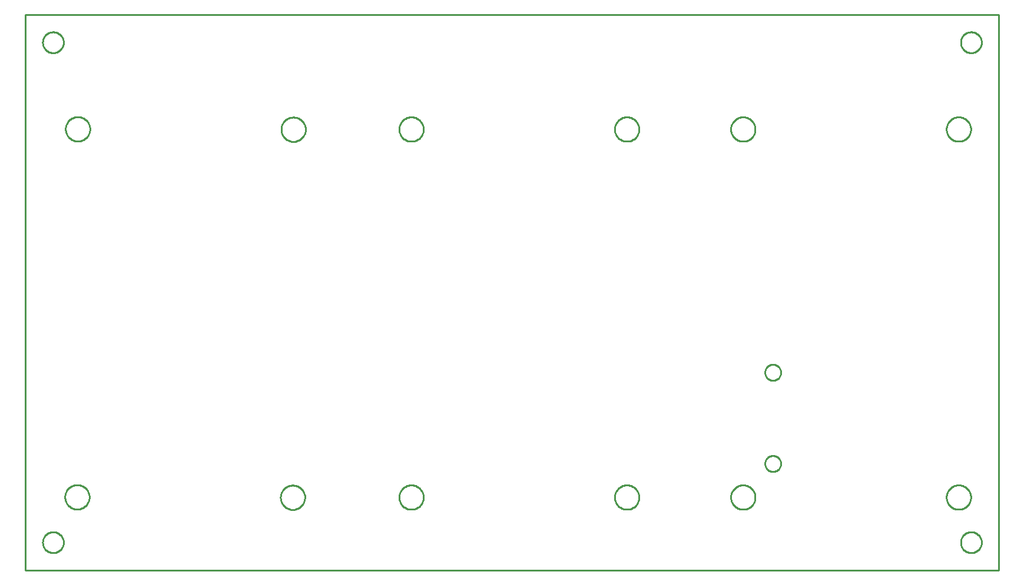
<source format=gbr>
G04 EAGLE Gerber RS-274X export*
G75*
%MOIN*%
%FSLAX34Y34*%
%LPD*%
%IN*%
%IPPOS*%
%AMOC8*
5,1,8,0,0,1.08239X$1,22.5*%
G01*
%ADD10C,0.010000*%


D10*
X0Y0D02*
X55118Y0D01*
X55118Y31496D01*
X0Y31496D01*
X0Y0D01*
X2165Y29900D02*
X2162Y29858D01*
X2156Y29816D01*
X2147Y29775D01*
X2135Y29735D01*
X2121Y29695D01*
X2103Y29657D01*
X2083Y29620D01*
X2060Y29584D01*
X2035Y29550D01*
X2007Y29519D01*
X1977Y29489D01*
X1946Y29461D01*
X1912Y29436D01*
X1876Y29413D01*
X1839Y29393D01*
X1801Y29375D01*
X1761Y29361D01*
X1721Y29349D01*
X1680Y29340D01*
X1638Y29334D01*
X1596Y29331D01*
X1554Y29331D01*
X1512Y29334D01*
X1470Y29340D01*
X1429Y29349D01*
X1388Y29361D01*
X1349Y29375D01*
X1310Y29393D01*
X1273Y29413D01*
X1238Y29436D01*
X1204Y29461D01*
X1172Y29489D01*
X1142Y29519D01*
X1115Y29550D01*
X1089Y29584D01*
X1067Y29620D01*
X1046Y29657D01*
X1029Y29695D01*
X1014Y29735D01*
X1002Y29775D01*
X993Y29816D01*
X987Y29858D01*
X984Y29900D01*
X984Y29942D01*
X987Y29984D01*
X993Y30026D01*
X1002Y30067D01*
X1014Y30108D01*
X1029Y30147D01*
X1046Y30186D01*
X1067Y30223D01*
X1089Y30258D01*
X1115Y30292D01*
X1142Y30324D01*
X1172Y30354D01*
X1204Y30381D01*
X1238Y30407D01*
X1273Y30429D01*
X1310Y30450D01*
X1349Y30467D01*
X1388Y30482D01*
X1429Y30494D01*
X1470Y30503D01*
X1512Y30509D01*
X1554Y30512D01*
X1596Y30512D01*
X1638Y30509D01*
X1680Y30503D01*
X1721Y30494D01*
X1761Y30482D01*
X1801Y30467D01*
X1839Y30450D01*
X1876Y30429D01*
X1912Y30407D01*
X1946Y30381D01*
X1977Y30354D01*
X2007Y30324D01*
X2035Y30292D01*
X2060Y30258D01*
X2083Y30223D01*
X2103Y30186D01*
X2121Y30147D01*
X2135Y30108D01*
X2147Y30067D01*
X2156Y30026D01*
X2162Y29984D01*
X2165Y29942D01*
X2165Y29900D01*
X2165Y1554D02*
X2162Y1512D01*
X2156Y1470D01*
X2147Y1429D01*
X2135Y1388D01*
X2121Y1349D01*
X2103Y1310D01*
X2083Y1273D01*
X2060Y1238D01*
X2035Y1204D01*
X2007Y1172D01*
X1977Y1142D01*
X1946Y1115D01*
X1912Y1089D01*
X1876Y1067D01*
X1839Y1046D01*
X1801Y1029D01*
X1761Y1014D01*
X1721Y1002D01*
X1680Y993D01*
X1638Y987D01*
X1596Y984D01*
X1554Y984D01*
X1512Y987D01*
X1470Y993D01*
X1429Y1002D01*
X1388Y1014D01*
X1349Y1029D01*
X1310Y1046D01*
X1273Y1067D01*
X1238Y1089D01*
X1204Y1115D01*
X1172Y1142D01*
X1142Y1172D01*
X1115Y1204D01*
X1089Y1238D01*
X1067Y1273D01*
X1046Y1310D01*
X1029Y1349D01*
X1014Y1388D01*
X1002Y1429D01*
X993Y1470D01*
X987Y1512D01*
X984Y1554D01*
X984Y1596D01*
X987Y1638D01*
X993Y1680D01*
X1002Y1721D01*
X1014Y1761D01*
X1029Y1801D01*
X1046Y1839D01*
X1067Y1876D01*
X1089Y1912D01*
X1115Y1946D01*
X1142Y1977D01*
X1172Y2007D01*
X1204Y2035D01*
X1238Y2060D01*
X1273Y2083D01*
X1310Y2103D01*
X1349Y2121D01*
X1388Y2135D01*
X1429Y2147D01*
X1470Y2156D01*
X1512Y2162D01*
X1554Y2165D01*
X1596Y2165D01*
X1638Y2162D01*
X1680Y2156D01*
X1721Y2147D01*
X1761Y2135D01*
X1801Y2121D01*
X1839Y2103D01*
X1876Y2083D01*
X1912Y2060D01*
X1946Y2035D01*
X1977Y2007D01*
X2007Y1977D01*
X2035Y1946D01*
X2060Y1912D01*
X2083Y1876D01*
X2103Y1839D01*
X2121Y1801D01*
X2135Y1761D01*
X2147Y1721D01*
X2156Y1680D01*
X2162Y1638D01*
X2165Y1596D01*
X2165Y1554D01*
X54134Y29900D02*
X54131Y29858D01*
X54125Y29816D01*
X54116Y29775D01*
X54104Y29735D01*
X54089Y29695D01*
X54072Y29657D01*
X54052Y29620D01*
X54029Y29584D01*
X54003Y29550D01*
X53976Y29519D01*
X53946Y29489D01*
X53914Y29461D01*
X53880Y29436D01*
X53845Y29413D01*
X53808Y29393D01*
X53769Y29375D01*
X53730Y29361D01*
X53689Y29349D01*
X53648Y29340D01*
X53606Y29334D01*
X53564Y29331D01*
X53522Y29331D01*
X53480Y29334D01*
X53438Y29340D01*
X53397Y29349D01*
X53357Y29361D01*
X53317Y29375D01*
X53279Y29393D01*
X53242Y29413D01*
X53206Y29436D01*
X53173Y29461D01*
X53141Y29489D01*
X53111Y29519D01*
X53083Y29550D01*
X53058Y29584D01*
X53035Y29620D01*
X53015Y29657D01*
X52997Y29695D01*
X52983Y29735D01*
X52971Y29775D01*
X52962Y29816D01*
X52956Y29858D01*
X52953Y29900D01*
X52953Y29942D01*
X52956Y29984D01*
X52962Y30026D01*
X52971Y30067D01*
X52983Y30108D01*
X52997Y30147D01*
X53015Y30186D01*
X53035Y30223D01*
X53058Y30258D01*
X53083Y30292D01*
X53111Y30324D01*
X53141Y30354D01*
X53173Y30381D01*
X53206Y30407D01*
X53242Y30429D01*
X53279Y30450D01*
X53317Y30467D01*
X53357Y30482D01*
X53397Y30494D01*
X53438Y30503D01*
X53480Y30509D01*
X53522Y30512D01*
X53564Y30512D01*
X53606Y30509D01*
X53648Y30503D01*
X53689Y30494D01*
X53730Y30482D01*
X53769Y30467D01*
X53808Y30450D01*
X53845Y30429D01*
X53880Y30407D01*
X53914Y30381D01*
X53946Y30354D01*
X53976Y30324D01*
X54003Y30292D01*
X54029Y30258D01*
X54052Y30223D01*
X54072Y30186D01*
X54089Y30147D01*
X54104Y30108D01*
X54116Y30067D01*
X54125Y30026D01*
X54131Y29984D01*
X54134Y29942D01*
X54134Y29900D01*
X54134Y1554D02*
X54131Y1512D01*
X54125Y1470D01*
X54116Y1429D01*
X54104Y1388D01*
X54089Y1349D01*
X54072Y1310D01*
X54052Y1273D01*
X54029Y1238D01*
X54003Y1204D01*
X53976Y1172D01*
X53946Y1142D01*
X53914Y1115D01*
X53880Y1089D01*
X53845Y1067D01*
X53808Y1046D01*
X53769Y1029D01*
X53730Y1014D01*
X53689Y1002D01*
X53648Y993D01*
X53606Y987D01*
X53564Y984D01*
X53522Y984D01*
X53480Y987D01*
X53438Y993D01*
X53397Y1002D01*
X53357Y1014D01*
X53317Y1029D01*
X53279Y1046D01*
X53242Y1067D01*
X53206Y1089D01*
X53173Y1115D01*
X53141Y1142D01*
X53111Y1172D01*
X53083Y1204D01*
X53058Y1238D01*
X53035Y1273D01*
X53015Y1310D01*
X52997Y1349D01*
X52983Y1388D01*
X52971Y1429D01*
X52962Y1470D01*
X52956Y1512D01*
X52953Y1554D01*
X52953Y1596D01*
X52956Y1638D01*
X52962Y1680D01*
X52971Y1721D01*
X52983Y1761D01*
X52997Y1801D01*
X53015Y1839D01*
X53035Y1876D01*
X53058Y1912D01*
X53083Y1946D01*
X53111Y1977D01*
X53141Y2007D01*
X53173Y2035D01*
X53206Y2060D01*
X53242Y2083D01*
X53279Y2103D01*
X53317Y2121D01*
X53357Y2135D01*
X53397Y2147D01*
X53438Y2156D01*
X53480Y2162D01*
X53522Y2165D01*
X53564Y2165D01*
X53606Y2162D01*
X53648Y2156D01*
X53689Y2147D01*
X53730Y2135D01*
X53769Y2121D01*
X53808Y2103D01*
X53845Y2083D01*
X53880Y2060D01*
X53914Y2035D01*
X53946Y2007D01*
X53976Y1977D01*
X54003Y1946D01*
X54029Y1912D01*
X54052Y1876D01*
X54072Y1839D01*
X54089Y1801D01*
X54104Y1761D01*
X54116Y1721D01*
X54125Y1680D01*
X54131Y1638D01*
X54134Y1596D01*
X54134Y1554D01*
X2958Y4833D02*
X3003Y4830D01*
X3048Y4824D01*
X3092Y4816D01*
X3136Y4804D01*
X3179Y4789D01*
X3220Y4772D01*
X3261Y4752D01*
X3300Y4729D01*
X3337Y4704D01*
X3373Y4677D01*
X3407Y4647D01*
X3439Y4615D01*
X3468Y4581D01*
X3496Y4545D01*
X3521Y4508D01*
X3543Y4468D01*
X3563Y4428D01*
X3580Y4386D01*
X3595Y4343D01*
X3606Y4300D01*
X3615Y4256D01*
X3621Y4211D01*
X3624Y4166D01*
X3623Y4121D01*
X3620Y4076D01*
X3614Y4031D01*
X3606Y3987D01*
X3594Y3943D01*
X3579Y3901D01*
X3562Y3859D01*
X3542Y3819D01*
X3519Y3779D01*
X3494Y3742D01*
X3467Y3706D01*
X3437Y3672D01*
X3405Y3641D01*
X3371Y3611D01*
X3335Y3583D01*
X3298Y3558D01*
X3258Y3536D01*
X3218Y3516D01*
X3176Y3499D01*
X3134Y3485D01*
X3090Y3473D01*
X3046Y3464D01*
X3001Y3458D01*
X2956Y3456D01*
X2911Y3456D01*
X2866Y3459D01*
X2821Y3465D01*
X2777Y3473D01*
X2733Y3485D01*
X2691Y3500D01*
X2649Y3517D01*
X2609Y3537D01*
X2570Y3560D01*
X2532Y3585D01*
X2496Y3612D01*
X2462Y3642D01*
X2431Y3674D01*
X2401Y3708D01*
X2374Y3744D01*
X2349Y3782D01*
X2326Y3821D01*
X2306Y3861D01*
X2289Y3903D01*
X2275Y3946D01*
X2263Y3989D01*
X2254Y4033D01*
X2248Y4078D01*
X2246Y4123D01*
X2246Y4168D01*
X2249Y4213D01*
X2255Y4258D01*
X2263Y4302D01*
X2275Y4346D01*
X2290Y4388D01*
X2307Y4430D01*
X2327Y4471D01*
X2350Y4510D01*
X2375Y4547D01*
X2402Y4583D01*
X2432Y4617D01*
X2464Y4648D01*
X2498Y4678D01*
X2534Y4706D01*
X2572Y4731D01*
X2611Y4753D01*
X2651Y4773D01*
X2693Y4790D01*
X2736Y4805D01*
X2779Y4816D01*
X2823Y4825D01*
X2868Y4831D01*
X2913Y4834D01*
X2958Y4833D01*
X2995Y25700D02*
X3040Y25697D01*
X3084Y25691D01*
X3129Y25682D01*
X3172Y25670D01*
X3215Y25655D01*
X3257Y25638D01*
X3297Y25618D01*
X3336Y25595D01*
X3373Y25570D01*
X3409Y25543D01*
X3443Y25513D01*
X3475Y25481D01*
X3505Y25447D01*
X3532Y25411D01*
X3557Y25374D01*
X3579Y25335D01*
X3599Y25294D01*
X3617Y25252D01*
X3631Y25210D01*
X3643Y25166D01*
X3651Y25122D01*
X3657Y25077D01*
X3660Y25032D01*
X3660Y24987D01*
X3657Y24942D01*
X3651Y24897D01*
X3642Y24853D01*
X3630Y24809D01*
X3616Y24767D01*
X3598Y24725D01*
X3578Y24685D01*
X3556Y24646D01*
X3531Y24608D01*
X3503Y24572D01*
X3473Y24539D01*
X3441Y24507D01*
X3407Y24477D01*
X3372Y24450D01*
X3334Y24425D01*
X3295Y24402D01*
X3254Y24382D01*
X3213Y24365D01*
X3170Y24351D01*
X3126Y24339D01*
X3082Y24330D01*
X3037Y24324D01*
X2992Y24322D01*
X2947Y24322D01*
X2902Y24325D01*
X2857Y24331D01*
X2813Y24340D01*
X2770Y24351D01*
X2727Y24366D01*
X2685Y24383D01*
X2645Y24403D01*
X2606Y24426D01*
X2568Y24451D01*
X2533Y24479D01*
X2499Y24508D01*
X2467Y24540D01*
X2437Y24574D01*
X2410Y24610D01*
X2385Y24648D01*
X2362Y24687D01*
X2343Y24727D01*
X2325Y24769D01*
X2311Y24812D01*
X2299Y24855D01*
X2291Y24900D01*
X2285Y24944D01*
X2282Y24989D01*
X2282Y25034D01*
X2285Y25079D01*
X2291Y25124D01*
X2300Y25168D01*
X2312Y25212D01*
X2326Y25255D01*
X2344Y25296D01*
X2364Y25337D01*
X2386Y25376D01*
X2411Y25413D01*
X2439Y25449D01*
X2469Y25483D01*
X2501Y25515D01*
X2535Y25544D01*
X2570Y25572D01*
X2608Y25597D01*
X2647Y25619D01*
X2688Y25639D01*
X2729Y25656D01*
X2772Y25671D01*
X2816Y25682D01*
X2860Y25691D01*
X2905Y25697D01*
X2950Y25700D01*
X2995Y25700D01*
X15199Y25678D02*
X15244Y25675D01*
X15289Y25669D01*
X15333Y25660D01*
X15377Y25649D01*
X15420Y25634D01*
X15461Y25617D01*
X15502Y25597D01*
X15541Y25574D01*
X15578Y25549D01*
X15614Y25521D01*
X15648Y25492D01*
X15680Y25460D01*
X15709Y25426D01*
X15737Y25390D01*
X15762Y25352D01*
X15784Y25313D01*
X15804Y25273D01*
X15821Y25231D01*
X15836Y25188D01*
X15847Y25145D01*
X15856Y25100D01*
X15862Y25056D01*
X15865Y25011D01*
X15865Y24966D01*
X15862Y24921D01*
X15856Y24876D01*
X15847Y24832D01*
X15835Y24788D01*
X15820Y24745D01*
X15803Y24704D01*
X15783Y24663D01*
X15760Y24624D01*
X15735Y24587D01*
X15708Y24551D01*
X15678Y24517D01*
X15646Y24485D01*
X15612Y24456D01*
X15576Y24428D01*
X15539Y24403D01*
X15500Y24381D01*
X15459Y24361D01*
X15417Y24344D01*
X15375Y24329D01*
X15331Y24318D01*
X15287Y24309D01*
X15242Y24303D01*
X15197Y24300D01*
X15152Y24300D01*
X15107Y24303D01*
X15062Y24309D01*
X15018Y24318D01*
X14974Y24330D01*
X14932Y24345D01*
X14890Y24362D01*
X14850Y24382D01*
X14811Y24405D01*
X14773Y24430D01*
X14737Y24457D01*
X14704Y24487D01*
X14672Y24519D01*
X14642Y24553D01*
X14615Y24589D01*
X14590Y24626D01*
X14567Y24665D01*
X14547Y24706D01*
X14530Y24748D01*
X14516Y24790D01*
X14504Y24834D01*
X14495Y24878D01*
X14490Y24923D01*
X14487Y24968D01*
X14487Y25013D01*
X14490Y25058D01*
X14496Y25103D01*
X14505Y25147D01*
X14516Y25191D01*
X14531Y25233D01*
X14548Y25275D01*
X14568Y25315D01*
X14591Y25354D01*
X14616Y25392D01*
X14644Y25428D01*
X14673Y25461D01*
X14705Y25493D01*
X14739Y25523D01*
X14775Y25550D01*
X14813Y25575D01*
X14852Y25598D01*
X14892Y25618D01*
X14934Y25635D01*
X14977Y25649D01*
X15020Y25661D01*
X15065Y25670D01*
X15109Y25675D01*
X15154Y25678D01*
X15199Y25678D01*
X15163Y4812D02*
X15208Y4809D01*
X15253Y4803D01*
X15297Y4794D01*
X15341Y4783D01*
X15383Y4768D01*
X15425Y4751D01*
X15465Y4731D01*
X15504Y4708D01*
X15542Y4683D01*
X15578Y4655D01*
X15611Y4626D01*
X15643Y4594D01*
X15673Y4560D01*
X15700Y4524D01*
X15725Y4486D01*
X15748Y4447D01*
X15768Y4407D01*
X15785Y4365D01*
X15799Y4322D01*
X15811Y4279D01*
X15820Y4234D01*
X15825Y4190D01*
X15828Y4145D01*
X15828Y4099D01*
X15825Y4054D01*
X15819Y4010D01*
X15810Y3966D01*
X15799Y3922D01*
X15784Y3879D01*
X15767Y3838D01*
X15747Y3797D01*
X15724Y3758D01*
X15699Y3721D01*
X15671Y3685D01*
X15642Y3651D01*
X15610Y3619D01*
X15576Y3590D01*
X15540Y3562D01*
X15502Y3537D01*
X15463Y3515D01*
X15423Y3495D01*
X15381Y3478D01*
X15338Y3463D01*
X15295Y3452D01*
X15250Y3443D01*
X15206Y3437D01*
X15161Y3434D01*
X15116Y3434D01*
X15070Y3437D01*
X15026Y3443D01*
X14982Y3452D01*
X14938Y3464D01*
X14895Y3478D01*
X14854Y3496D01*
X14813Y3516D01*
X14774Y3538D01*
X14737Y3564D01*
X14701Y3591D01*
X14667Y3621D01*
X14635Y3653D01*
X14606Y3687D01*
X14578Y3723D01*
X14553Y3760D01*
X14531Y3799D01*
X14511Y3840D01*
X14494Y3882D01*
X14479Y3924D01*
X14468Y3968D01*
X14459Y4012D01*
X14453Y4057D01*
X14450Y4102D01*
X14450Y4147D01*
X14453Y4192D01*
X14459Y4237D01*
X14468Y4281D01*
X14480Y4324D01*
X14495Y4367D01*
X14512Y4409D01*
X14532Y4449D01*
X14555Y4488D01*
X14580Y4526D01*
X14607Y4561D01*
X14637Y4595D01*
X14669Y4627D01*
X14703Y4657D01*
X14739Y4684D01*
X14776Y4709D01*
X14815Y4732D01*
X14856Y4752D01*
X14898Y4769D01*
X14940Y4783D01*
X14984Y4795D01*
X15028Y4804D01*
X15073Y4809D01*
X15118Y4812D01*
X15163Y4812D01*
X21873Y4823D02*
X21918Y4820D01*
X21963Y4814D01*
X22007Y4805D01*
X22051Y4794D01*
X22093Y4779D01*
X22135Y4762D01*
X22175Y4742D01*
X22214Y4719D01*
X22252Y4694D01*
X22288Y4667D01*
X22322Y4637D01*
X22354Y4605D01*
X22383Y4571D01*
X22411Y4535D01*
X22436Y4498D01*
X22458Y4459D01*
X22478Y4418D01*
X22496Y4377D01*
X22510Y4334D01*
X22522Y4290D01*
X22531Y4246D01*
X22536Y4201D01*
X22539Y4156D01*
X22539Y4111D01*
X22536Y4066D01*
X22531Y4022D01*
X22522Y3977D01*
X22510Y3934D01*
X22496Y3891D01*
X22478Y3849D01*
X22458Y3809D01*
X22436Y3770D01*
X22411Y3732D01*
X22383Y3697D01*
X22354Y3663D01*
X22322Y3631D01*
X22288Y3601D01*
X22252Y3574D01*
X22214Y3548D01*
X22175Y3526D01*
X22135Y3506D01*
X22093Y3489D01*
X22051Y3474D01*
X22007Y3463D01*
X21963Y3454D01*
X21918Y3448D01*
X21873Y3445D01*
X21828Y3445D01*
X21783Y3448D01*
X21738Y3454D01*
X21694Y3463D01*
X21650Y3474D01*
X21608Y3489D01*
X21566Y3506D01*
X21525Y3526D01*
X21486Y3548D01*
X21449Y3574D01*
X21413Y3601D01*
X21379Y3631D01*
X21347Y3663D01*
X21318Y3697D01*
X21290Y3732D01*
X21265Y3770D01*
X21242Y3809D01*
X21222Y3849D01*
X21205Y3891D01*
X21191Y3934D01*
X21179Y3977D01*
X21170Y4022D01*
X21164Y4066D01*
X21161Y4111D01*
X21161Y4156D01*
X21164Y4201D01*
X21170Y4246D01*
X21179Y4290D01*
X21191Y4334D01*
X21205Y4377D01*
X21222Y4418D01*
X21242Y4459D01*
X21265Y4498D01*
X21290Y4535D01*
X21318Y4571D01*
X21347Y4605D01*
X21379Y4637D01*
X21413Y4667D01*
X21449Y4694D01*
X21486Y4719D01*
X21525Y4742D01*
X21566Y4762D01*
X21608Y4779D01*
X21650Y4794D01*
X21694Y4805D01*
X21738Y4814D01*
X21783Y4820D01*
X21828Y4823D01*
X21873Y4823D01*
X21873Y25689D02*
X21918Y25686D01*
X21963Y25680D01*
X22007Y25671D01*
X22051Y25660D01*
X22093Y25645D01*
X22135Y25628D01*
X22175Y25608D01*
X22214Y25585D01*
X22252Y25560D01*
X22288Y25533D01*
X22322Y25503D01*
X22354Y25471D01*
X22383Y25437D01*
X22411Y25402D01*
X22436Y25364D01*
X22458Y25325D01*
X22478Y25284D01*
X22496Y25243D01*
X22510Y25200D01*
X22522Y25157D01*
X22531Y25112D01*
X22536Y25068D01*
X22539Y25023D01*
X22539Y24977D01*
X22536Y24932D01*
X22531Y24888D01*
X22522Y24843D01*
X22510Y24800D01*
X22496Y24757D01*
X22478Y24716D01*
X22458Y24675D01*
X22436Y24636D01*
X22411Y24598D01*
X22383Y24563D01*
X22354Y24529D01*
X22322Y24497D01*
X22288Y24467D01*
X22252Y24440D01*
X22214Y24415D01*
X22175Y24392D01*
X22135Y24372D01*
X22093Y24355D01*
X22051Y24340D01*
X22007Y24329D01*
X21963Y24320D01*
X21918Y24314D01*
X21873Y24311D01*
X21828Y24311D01*
X21783Y24314D01*
X21738Y24320D01*
X21694Y24329D01*
X21650Y24340D01*
X21608Y24355D01*
X21566Y24372D01*
X21525Y24392D01*
X21486Y24415D01*
X21449Y24440D01*
X21413Y24467D01*
X21379Y24497D01*
X21347Y24529D01*
X21318Y24563D01*
X21290Y24598D01*
X21265Y24636D01*
X21242Y24675D01*
X21222Y24716D01*
X21205Y24757D01*
X21191Y24800D01*
X21179Y24843D01*
X21170Y24888D01*
X21164Y24932D01*
X21161Y24977D01*
X21161Y25023D01*
X21164Y25068D01*
X21170Y25112D01*
X21179Y25157D01*
X21191Y25200D01*
X21205Y25243D01*
X21222Y25284D01*
X21242Y25325D01*
X21265Y25364D01*
X21290Y25402D01*
X21318Y25437D01*
X21347Y25471D01*
X21379Y25503D01*
X21413Y25533D01*
X21449Y25560D01*
X21486Y25585D01*
X21525Y25608D01*
X21566Y25628D01*
X21608Y25645D01*
X21650Y25660D01*
X21694Y25671D01*
X21738Y25680D01*
X21783Y25686D01*
X21828Y25689D01*
X21873Y25689D01*
X34078Y25689D02*
X34123Y25686D01*
X34167Y25680D01*
X34212Y25671D01*
X34255Y25660D01*
X34298Y25645D01*
X34340Y25628D01*
X34380Y25608D01*
X34419Y25585D01*
X34457Y25560D01*
X34492Y25533D01*
X34526Y25503D01*
X34558Y25471D01*
X34588Y25437D01*
X34615Y25402D01*
X34641Y25364D01*
X34663Y25325D01*
X34683Y25284D01*
X34700Y25243D01*
X34715Y25200D01*
X34726Y25157D01*
X34735Y25112D01*
X34741Y25068D01*
X34744Y25023D01*
X34744Y24977D01*
X34741Y24932D01*
X34735Y24888D01*
X34726Y24843D01*
X34715Y24800D01*
X34700Y24757D01*
X34683Y24716D01*
X34663Y24675D01*
X34641Y24636D01*
X34615Y24598D01*
X34588Y24563D01*
X34558Y24529D01*
X34526Y24497D01*
X34492Y24467D01*
X34457Y24440D01*
X34419Y24415D01*
X34380Y24392D01*
X34340Y24372D01*
X34298Y24355D01*
X34255Y24340D01*
X34212Y24329D01*
X34167Y24320D01*
X34123Y24314D01*
X34078Y24311D01*
X34033Y24311D01*
X33988Y24314D01*
X33943Y24320D01*
X33899Y24329D01*
X33855Y24340D01*
X33812Y24355D01*
X33771Y24372D01*
X33730Y24392D01*
X33691Y24415D01*
X33654Y24440D01*
X33618Y24467D01*
X33584Y24497D01*
X33552Y24529D01*
X33522Y24563D01*
X33495Y24598D01*
X33470Y24636D01*
X33447Y24675D01*
X33427Y24716D01*
X33410Y24757D01*
X33395Y24800D01*
X33384Y24843D01*
X33375Y24888D01*
X33369Y24932D01*
X33366Y24977D01*
X33366Y25023D01*
X33369Y25068D01*
X33375Y25112D01*
X33384Y25157D01*
X33395Y25200D01*
X33410Y25243D01*
X33427Y25284D01*
X33447Y25325D01*
X33470Y25364D01*
X33495Y25402D01*
X33522Y25437D01*
X33552Y25471D01*
X33584Y25503D01*
X33618Y25533D01*
X33654Y25560D01*
X33691Y25585D01*
X33730Y25608D01*
X33771Y25628D01*
X33812Y25645D01*
X33855Y25660D01*
X33899Y25671D01*
X33943Y25680D01*
X33988Y25686D01*
X34033Y25689D01*
X34078Y25689D01*
X34078Y4823D02*
X34123Y4820D01*
X34167Y4814D01*
X34212Y4805D01*
X34255Y4794D01*
X34298Y4779D01*
X34340Y4762D01*
X34380Y4742D01*
X34419Y4719D01*
X34457Y4694D01*
X34492Y4667D01*
X34526Y4637D01*
X34558Y4605D01*
X34588Y4571D01*
X34615Y4535D01*
X34641Y4498D01*
X34663Y4459D01*
X34683Y4418D01*
X34700Y4377D01*
X34715Y4334D01*
X34726Y4290D01*
X34735Y4246D01*
X34741Y4201D01*
X34744Y4156D01*
X34744Y4111D01*
X34741Y4066D01*
X34735Y4022D01*
X34726Y3977D01*
X34715Y3934D01*
X34700Y3891D01*
X34683Y3849D01*
X34663Y3809D01*
X34641Y3770D01*
X34615Y3732D01*
X34588Y3697D01*
X34558Y3663D01*
X34526Y3631D01*
X34492Y3601D01*
X34457Y3574D01*
X34419Y3548D01*
X34380Y3526D01*
X34340Y3506D01*
X34298Y3489D01*
X34255Y3474D01*
X34212Y3463D01*
X34167Y3454D01*
X34123Y3448D01*
X34078Y3445D01*
X34033Y3445D01*
X33988Y3448D01*
X33943Y3454D01*
X33899Y3463D01*
X33855Y3474D01*
X33812Y3489D01*
X33771Y3506D01*
X33730Y3526D01*
X33691Y3548D01*
X33654Y3574D01*
X33618Y3601D01*
X33584Y3631D01*
X33552Y3663D01*
X33522Y3697D01*
X33495Y3732D01*
X33470Y3770D01*
X33447Y3809D01*
X33427Y3849D01*
X33410Y3891D01*
X33395Y3934D01*
X33384Y3977D01*
X33375Y4022D01*
X33369Y4066D01*
X33366Y4111D01*
X33366Y4156D01*
X33369Y4201D01*
X33375Y4246D01*
X33384Y4290D01*
X33395Y4334D01*
X33410Y4377D01*
X33427Y4418D01*
X33447Y4459D01*
X33470Y4498D01*
X33495Y4535D01*
X33522Y4571D01*
X33552Y4605D01*
X33584Y4637D01*
X33618Y4667D01*
X33654Y4694D01*
X33691Y4719D01*
X33730Y4742D01*
X33771Y4762D01*
X33812Y4779D01*
X33855Y4794D01*
X33899Y4805D01*
X33943Y4814D01*
X33988Y4820D01*
X34033Y4823D01*
X34078Y4823D01*
X40652Y4823D02*
X40697Y4820D01*
X40742Y4814D01*
X40786Y4805D01*
X40830Y4794D01*
X40873Y4779D01*
X40914Y4762D01*
X40955Y4742D01*
X40994Y4719D01*
X41031Y4694D01*
X41067Y4667D01*
X41101Y4637D01*
X41133Y4605D01*
X41163Y4571D01*
X41190Y4535D01*
X41215Y4498D01*
X41238Y4459D01*
X41258Y4418D01*
X41275Y4377D01*
X41290Y4334D01*
X41301Y4290D01*
X41310Y4246D01*
X41316Y4201D01*
X41319Y4156D01*
X41319Y4111D01*
X41316Y4066D01*
X41310Y4022D01*
X41301Y3977D01*
X41290Y3934D01*
X41275Y3891D01*
X41258Y3849D01*
X41238Y3809D01*
X41215Y3770D01*
X41190Y3732D01*
X41163Y3697D01*
X41133Y3663D01*
X41101Y3631D01*
X41067Y3601D01*
X41031Y3574D01*
X40994Y3548D01*
X40955Y3526D01*
X40914Y3506D01*
X40873Y3489D01*
X40830Y3474D01*
X40786Y3463D01*
X40742Y3454D01*
X40697Y3448D01*
X40652Y3445D01*
X40607Y3445D01*
X40562Y3448D01*
X40518Y3454D01*
X40473Y3463D01*
X40430Y3474D01*
X40387Y3489D01*
X40345Y3506D01*
X40305Y3526D01*
X40266Y3548D01*
X40228Y3574D01*
X40193Y3601D01*
X40159Y3631D01*
X40127Y3663D01*
X40097Y3697D01*
X40070Y3732D01*
X40045Y3770D01*
X40022Y3809D01*
X40002Y3849D01*
X39985Y3891D01*
X39970Y3934D01*
X39959Y3977D01*
X39950Y4022D01*
X39944Y4066D01*
X39941Y4111D01*
X39941Y4156D01*
X39944Y4201D01*
X39950Y4246D01*
X39959Y4290D01*
X39970Y4334D01*
X39985Y4377D01*
X40002Y4418D01*
X40022Y4459D01*
X40045Y4498D01*
X40070Y4535D01*
X40097Y4571D01*
X40127Y4605D01*
X40159Y4637D01*
X40193Y4667D01*
X40228Y4694D01*
X40266Y4719D01*
X40305Y4742D01*
X40345Y4762D01*
X40387Y4779D01*
X40430Y4794D01*
X40473Y4805D01*
X40518Y4814D01*
X40562Y4820D01*
X40607Y4823D01*
X40652Y4823D01*
X40652Y25689D02*
X40697Y25686D01*
X40742Y25680D01*
X40786Y25671D01*
X40830Y25660D01*
X40873Y25645D01*
X40914Y25628D01*
X40955Y25608D01*
X40994Y25585D01*
X41031Y25560D01*
X41067Y25533D01*
X41101Y25503D01*
X41133Y25471D01*
X41163Y25437D01*
X41190Y25402D01*
X41215Y25364D01*
X41238Y25325D01*
X41258Y25284D01*
X41275Y25243D01*
X41290Y25200D01*
X41301Y25157D01*
X41310Y25112D01*
X41316Y25068D01*
X41319Y25023D01*
X41319Y24977D01*
X41316Y24932D01*
X41310Y24888D01*
X41301Y24843D01*
X41290Y24800D01*
X41275Y24757D01*
X41258Y24716D01*
X41238Y24675D01*
X41215Y24636D01*
X41190Y24598D01*
X41163Y24563D01*
X41133Y24529D01*
X41101Y24497D01*
X41067Y24467D01*
X41031Y24440D01*
X40994Y24415D01*
X40955Y24392D01*
X40914Y24372D01*
X40873Y24355D01*
X40830Y24340D01*
X40786Y24329D01*
X40742Y24320D01*
X40697Y24314D01*
X40652Y24311D01*
X40607Y24311D01*
X40562Y24314D01*
X40518Y24320D01*
X40473Y24329D01*
X40430Y24340D01*
X40387Y24355D01*
X40345Y24372D01*
X40305Y24392D01*
X40266Y24415D01*
X40228Y24440D01*
X40193Y24467D01*
X40159Y24497D01*
X40127Y24529D01*
X40097Y24563D01*
X40070Y24598D01*
X40045Y24636D01*
X40022Y24675D01*
X40002Y24716D01*
X39985Y24757D01*
X39970Y24800D01*
X39959Y24843D01*
X39950Y24888D01*
X39944Y24932D01*
X39941Y24977D01*
X39941Y25023D01*
X39944Y25068D01*
X39950Y25112D01*
X39959Y25157D01*
X39970Y25200D01*
X39985Y25243D01*
X40002Y25284D01*
X40022Y25325D01*
X40045Y25364D01*
X40070Y25402D01*
X40097Y25437D01*
X40127Y25471D01*
X40159Y25503D01*
X40193Y25533D01*
X40228Y25560D01*
X40266Y25585D01*
X40305Y25608D01*
X40345Y25628D01*
X40387Y25645D01*
X40430Y25660D01*
X40473Y25671D01*
X40518Y25680D01*
X40562Y25686D01*
X40607Y25689D01*
X40652Y25689D01*
X52857Y25689D02*
X52902Y25686D01*
X52947Y25680D01*
X52991Y25671D01*
X53035Y25660D01*
X53077Y25645D01*
X53119Y25628D01*
X53160Y25608D01*
X53199Y25585D01*
X53236Y25560D01*
X53272Y25533D01*
X53306Y25503D01*
X53338Y25471D01*
X53368Y25437D01*
X53395Y25402D01*
X53420Y25364D01*
X53443Y25325D01*
X53463Y25284D01*
X53480Y25243D01*
X53494Y25200D01*
X53506Y25157D01*
X53515Y25112D01*
X53521Y25068D01*
X53524Y25023D01*
X53524Y24977D01*
X53521Y24932D01*
X53515Y24888D01*
X53506Y24843D01*
X53494Y24800D01*
X53480Y24757D01*
X53463Y24716D01*
X53443Y24675D01*
X53420Y24636D01*
X53395Y24598D01*
X53368Y24563D01*
X53338Y24529D01*
X53306Y24497D01*
X53272Y24467D01*
X53236Y24440D01*
X53199Y24415D01*
X53160Y24392D01*
X53119Y24372D01*
X53077Y24355D01*
X53035Y24340D01*
X52991Y24329D01*
X52947Y24320D01*
X52902Y24314D01*
X52857Y24311D01*
X52812Y24311D01*
X52767Y24314D01*
X52722Y24320D01*
X52678Y24329D01*
X52635Y24340D01*
X52592Y24355D01*
X52550Y24372D01*
X52510Y24392D01*
X52471Y24415D01*
X52433Y24440D01*
X52397Y24467D01*
X52363Y24497D01*
X52332Y24529D01*
X52302Y24563D01*
X52274Y24598D01*
X52249Y24636D01*
X52227Y24675D01*
X52207Y24716D01*
X52189Y24757D01*
X52175Y24800D01*
X52163Y24843D01*
X52155Y24888D01*
X52149Y24932D01*
X52146Y24977D01*
X52146Y25023D01*
X52149Y25068D01*
X52155Y25112D01*
X52163Y25157D01*
X52175Y25200D01*
X52189Y25243D01*
X52207Y25284D01*
X52227Y25325D01*
X52249Y25364D01*
X52274Y25402D01*
X52302Y25437D01*
X52332Y25471D01*
X52363Y25503D01*
X52397Y25533D01*
X52433Y25560D01*
X52471Y25585D01*
X52510Y25608D01*
X52550Y25628D01*
X52592Y25645D01*
X52635Y25660D01*
X52678Y25671D01*
X52722Y25680D01*
X52767Y25686D01*
X52812Y25689D01*
X52857Y25689D01*
X52857Y4823D02*
X52902Y4820D01*
X52947Y4814D01*
X52991Y4805D01*
X53035Y4794D01*
X53077Y4779D01*
X53119Y4762D01*
X53160Y4742D01*
X53199Y4719D01*
X53236Y4694D01*
X53272Y4667D01*
X53306Y4637D01*
X53338Y4605D01*
X53368Y4571D01*
X53395Y4535D01*
X53420Y4498D01*
X53443Y4459D01*
X53463Y4418D01*
X53480Y4377D01*
X53494Y4334D01*
X53506Y4290D01*
X53515Y4246D01*
X53521Y4201D01*
X53524Y4156D01*
X53524Y4111D01*
X53521Y4066D01*
X53515Y4022D01*
X53506Y3977D01*
X53494Y3934D01*
X53480Y3891D01*
X53463Y3849D01*
X53443Y3809D01*
X53420Y3770D01*
X53395Y3732D01*
X53368Y3697D01*
X53338Y3663D01*
X53306Y3631D01*
X53272Y3601D01*
X53236Y3574D01*
X53199Y3548D01*
X53160Y3526D01*
X53119Y3506D01*
X53077Y3489D01*
X53035Y3474D01*
X52991Y3463D01*
X52947Y3454D01*
X52902Y3448D01*
X52857Y3445D01*
X52812Y3445D01*
X52767Y3448D01*
X52722Y3454D01*
X52678Y3463D01*
X52635Y3474D01*
X52592Y3489D01*
X52550Y3506D01*
X52510Y3526D01*
X52471Y3548D01*
X52433Y3574D01*
X52397Y3601D01*
X52363Y3631D01*
X52332Y3663D01*
X52302Y3697D01*
X52274Y3732D01*
X52249Y3770D01*
X52227Y3809D01*
X52207Y3849D01*
X52189Y3891D01*
X52175Y3934D01*
X52163Y3977D01*
X52155Y4022D01*
X52149Y4066D01*
X52146Y4111D01*
X52146Y4156D01*
X52149Y4201D01*
X52155Y4246D01*
X52163Y4290D01*
X52175Y4334D01*
X52189Y4377D01*
X52207Y4418D01*
X52227Y4459D01*
X52249Y4498D01*
X52274Y4535D01*
X52302Y4571D01*
X52332Y4605D01*
X52363Y4637D01*
X52397Y4667D01*
X52433Y4694D01*
X52471Y4719D01*
X52510Y4742D01*
X52550Y4762D01*
X52592Y4779D01*
X52635Y4794D01*
X52678Y4805D01*
X52722Y4814D01*
X52767Y4820D01*
X52812Y4823D01*
X52857Y4823D01*
X42305Y10756D02*
X42270Y10759D01*
X42234Y10764D01*
X42200Y10773D01*
X42166Y10784D01*
X42133Y10797D01*
X42101Y10813D01*
X42071Y10832D01*
X42042Y10853D01*
X42015Y10876D01*
X41990Y10901D01*
X41967Y10928D01*
X41946Y10957D01*
X41928Y10987D01*
X41911Y11019D01*
X41898Y11052D01*
X41887Y11086D01*
X41878Y11120D01*
X41873Y11155D01*
X41870Y11191D01*
X41870Y11226D01*
X41873Y11262D01*
X41878Y11297D01*
X41887Y11332D01*
X41898Y11365D01*
X41911Y11398D01*
X41928Y11430D01*
X41946Y11460D01*
X41967Y11489D01*
X41990Y11516D01*
X42015Y11541D01*
X42042Y11564D01*
X42071Y11585D01*
X42101Y11604D01*
X42133Y11620D01*
X42166Y11634D01*
X42200Y11645D01*
X42234Y11653D01*
X42270Y11659D01*
X42305Y11661D01*
X42341Y11661D01*
X42376Y11659D01*
X42411Y11653D01*
X42446Y11645D01*
X42480Y11634D01*
X42513Y11620D01*
X42544Y11604D01*
X42575Y11585D01*
X42603Y11564D01*
X42630Y11541D01*
X42656Y11516D01*
X42679Y11489D01*
X42700Y11460D01*
X42718Y11430D01*
X42734Y11398D01*
X42748Y11365D01*
X42759Y11332D01*
X42767Y11297D01*
X42773Y11262D01*
X42776Y11226D01*
X42776Y11191D01*
X42773Y11155D01*
X42767Y11120D01*
X42759Y11086D01*
X42748Y11052D01*
X42734Y11019D01*
X42718Y10987D01*
X42700Y10957D01*
X42679Y10928D01*
X42656Y10901D01*
X42630Y10876D01*
X42603Y10853D01*
X42575Y10832D01*
X42544Y10813D01*
X42513Y10797D01*
X42480Y10784D01*
X42446Y10773D01*
X42411Y10764D01*
X42376Y10759D01*
X42341Y10756D01*
X42305Y10756D01*
X42305Y5583D02*
X42270Y5585D01*
X42234Y5591D01*
X42200Y5599D01*
X42166Y5610D01*
X42133Y5624D01*
X42101Y5640D01*
X42071Y5659D01*
X42042Y5680D01*
X42015Y5703D01*
X41990Y5728D01*
X41967Y5755D01*
X41946Y5784D01*
X41928Y5814D01*
X41911Y5846D01*
X41898Y5879D01*
X41887Y5912D01*
X41878Y5947D01*
X41873Y5982D01*
X41870Y6018D01*
X41870Y6053D01*
X41873Y6089D01*
X41878Y6124D01*
X41887Y6158D01*
X41898Y6192D01*
X41911Y6225D01*
X41928Y6257D01*
X41946Y6287D01*
X41967Y6316D01*
X41990Y6343D01*
X42015Y6368D01*
X42042Y6391D01*
X42071Y6412D01*
X42101Y6431D01*
X42133Y6447D01*
X42166Y6461D01*
X42200Y6472D01*
X42234Y6480D01*
X42270Y6485D01*
X42305Y6488D01*
X42341Y6488D01*
X42376Y6485D01*
X42411Y6480D01*
X42446Y6472D01*
X42480Y6461D01*
X42513Y6447D01*
X42544Y6431D01*
X42575Y6412D01*
X42603Y6391D01*
X42630Y6368D01*
X42656Y6343D01*
X42679Y6316D01*
X42700Y6287D01*
X42718Y6257D01*
X42734Y6225D01*
X42748Y6192D01*
X42759Y6158D01*
X42767Y6124D01*
X42773Y6089D01*
X42776Y6053D01*
X42776Y6018D01*
X42773Y5982D01*
X42767Y5947D01*
X42759Y5912D01*
X42748Y5879D01*
X42734Y5846D01*
X42718Y5814D01*
X42700Y5784D01*
X42679Y5755D01*
X42656Y5728D01*
X42630Y5703D01*
X42603Y5680D01*
X42575Y5659D01*
X42544Y5640D01*
X42513Y5624D01*
X42480Y5610D01*
X42446Y5599D01*
X42411Y5591D01*
X42376Y5585D01*
X42341Y5583D01*
X42305Y5583D01*
M02*

</source>
